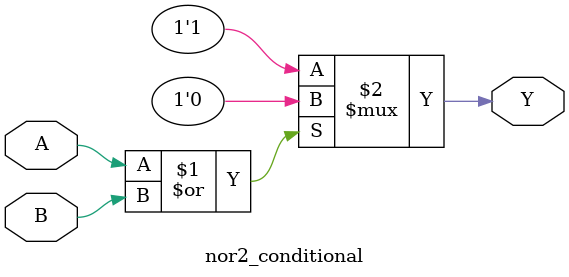
<source format=sv>
module nor2_conditional (
    input wire A, B,
    output wire Y
);
    assign Y = (A | B) ? 1'b0 : 1'b1;  // 条件运算符
endmodule

</source>
